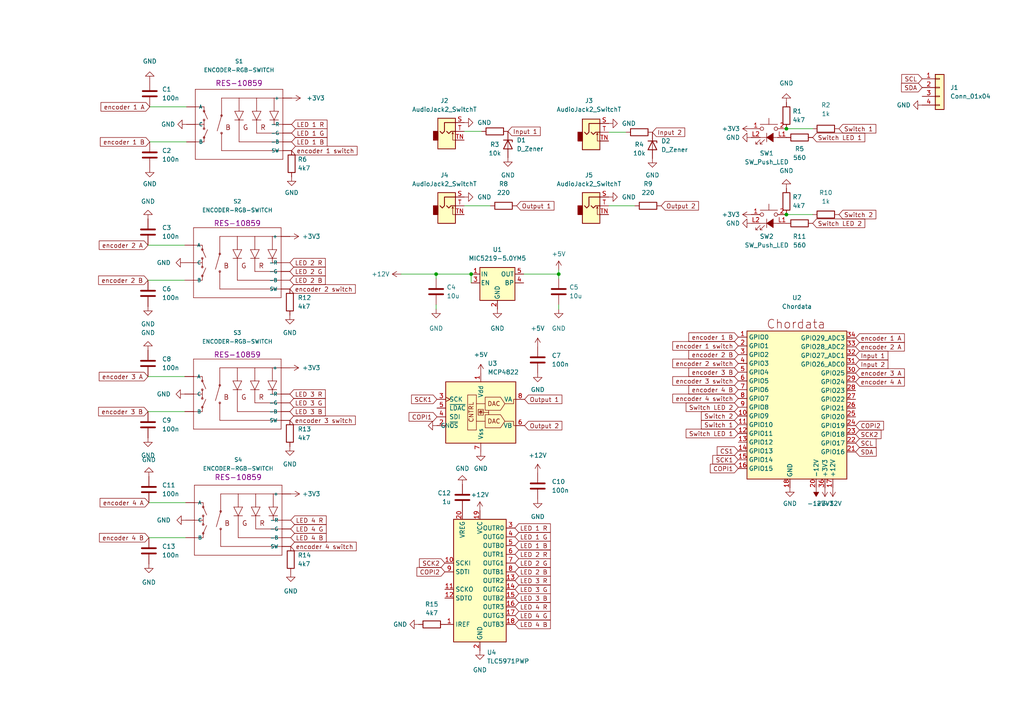
<source format=kicad_sch>
(kicad_sch (version 20211123) (generator eeschema)
  (paper "A4")
  (lib_symbols
    (symbol "Analog_DAC:MCP4822" (pin_names (offset 1.016))
      (property "Reference" "U" (at -2.54 10.795 0))
      (property "Value" "MCP4822" (at -2.54 8.89 0))
      (symbol "MCP4822_0_0"
        (polyline (pts (xy 0 -1.778) (xy 0 -0.635)))
        (polyline (pts (xy 0.381 -0.889) (xy 0.508 -0.762)))
        (polyline (pts (xy 2.286 -1.143) (xy 2.286 -1.905)))
        (polyline (pts (xy 0.381 -0.889) (xy -0.381 -0.889) (xy -0.508 -1.016)))
        (polyline (pts (xy 0.762 -1.27) (xy 2.286 -1.27) (xy 2.286 -0.762)))
        (polyline (pts (xy 0 -0.889) (xy 0.508 -1.397) (xy -0.508 -1.397) (xy 0 -0.889)))
        (polyline (pts (xy 6.985 -3.81) (xy 9.525 -3.81) (xy 9.525 -5.08) (xy 10.16 -5.08)))
        (polyline (pts (xy 6.985 1.27) (xy 9.525 1.27) (xy 9.525 2.54) (xy 10.16 2.54)))
        (rectangle (start 0.762 -0.381) (end -0.762 -2.032))
        (text "CNTRL" (at -2.032 -4.191 900) (effects (font (size 1.27 1.27)) (justify left bottom)))
        (text "DAC" (at 3.81 -3.81 0) (effects (font (size 1.27 1.27))))
        (text "DAC" (at 3.81 1.27 0) (effects (font (size 1.27 1.27))))
      )
      (symbol "MCP4822_0_1"
        (rectangle (start -10.16 7.62) (end 10.16 -10.16) (stroke (width 0.254)) (fill (type background)))
        (rectangle (start -1.27 -6.35) (end -3.81 3.81))
        (polyline (pts (xy 1.27 -3.81) (xy -1.27 -3.81)))
        (polyline (pts (xy 1.27 1.27) (xy -1.27 1.27)))
        (polyline (pts (xy 6.985 -3.81) (xy 5.715 -1.905) (xy 1.27 -1.905) (xy 1.27 -5.715) (xy 5.715 -5.715) (xy 6.985 -3.81)))
        (polyline (pts (xy 6.985 1.27) (xy 5.715 3.175) (xy 1.27 3.175) (xy 1.27 -0.635) (xy 5.715 -0.635) (xy 6.985 1.27)))
      )
      (symbol "MCP4822_1_1"
        (pin power_in line (at 0 10.16 270) (length 2.54) (name "Vdd") (number "1"))
        (pin input line (at -12.7 -5.08 0) (length 2.54) (name "~{CS}") (number "2"))
        (pin input clock (at -12.7 2.54 0) (length 2.54) (name "SCK") (number "3"))
        (pin input line (at -12.7 -2.54 0) (length 2.54) (name "SDI") (number "4"))
        (pin input line (at -12.7 0 0) (length 2.54) (name "~{LDAC}") (number "5"))
        (pin output line (at 12.7 -5.08 180) (length 2.54) (name "VB") (number "6"))
        (pin power_in line (at 0 -12.7 90) (length 2.54) (name "Vss") (number "7"))
        (pin output line (at 12.7 2.54 180) (length 2.54) (name "VA") (number "8"))
      )
    )
    (symbol "Connector:AudioJack2_SwitchT"
      (property "Reference" "J" (at 0 8.89 0))
      (property "Value" "AudioJack2_SwitchT" (at 0 6.35 0))
      (symbol "AudioJack2_SwitchT_0_1"
        (rectangle (start -2.54 0) (end -3.81 -2.54) (stroke (width 0.254)) (fill (type outline)))
        (polyline (pts (xy 1.778 -0.254) (xy 2.032 -0.762)))
        (polyline (pts (xy 0 0) (xy 0.635 -0.635) (xy 1.27 0) (xy 2.54 0)) (stroke (width 0.254)))
        (polyline (pts (xy 2.54 -2.54) (xy 1.778 -2.54) (xy 1.778 -0.254) (xy 1.524 -0.762)))
        (polyline (pts (xy 2.54 2.54) (xy -0.635 2.54) (xy -0.635 0) (xy -1.27 -0.635) (xy -1.905 0)) (stroke (width 0.254)))
        (rectangle (start 2.54 3.81) (end -2.54 -5.08) (stroke (width 0.254)) (fill (type background)))
      )
      (symbol "AudioJack2_SwitchT_1_1"
        (pin passive line (at 5.08 2.54 180) (length 2.54) (name "~") (number "S"))
        (pin passive line (at 5.08 0 180) (length 2.54) (name "~") (number "T"))
        (pin passive line (at 5.08 -2.54 180) (length 2.54) (name "~") (number "TN"))
      )
    )
    (symbol "Connector_Generic:Conn_01x04" (pin_names (offset 1.016) hide)
      (property "Reference" "J" (at 0 5.08 0))
      (property "Value" "Conn_01x04" (at 0 -7.62 0))
      (symbol "Conn_01x04_1_1"
        (rectangle (start -1.27 -4.953) (end 0 -5.207) (stroke (width 0.1524)))
        (rectangle (start -1.27 -2.413) (end 0 -2.667) (stroke (width 0.1524)))
        (rectangle (start -1.27 0.127) (end 0 -0.127) (stroke (width 0.1524)))
        (rectangle (start -1.27 2.667) (end 0 2.413) (stroke (width 0.1524)))
        (rectangle (start -1.27 3.81) (end 1.27 -6.35) (stroke (width 0.254)) (fill (type background)))
        (pin passive line (at -5.08 2.54 0) (length 3.81) (name "Pin_1") (number "1"))
        (pin passive line (at -5.08 0 0) (length 3.81) (name "Pin_2") (number "2"))
        (pin passive line (at -5.08 -2.54 0) (length 3.81) (name "Pin_3") (number "3"))
        (pin passive line (at -5.08 -5.08 0) (length 3.81) (name "Pin_4") (number "4"))
      )
    )
    (symbol "Device:C" (pin_numbers hide) (pin_names (offset 0.254))
      (property "Reference" "C" (at 0.635 2.54 0))
      (property "Value" "C" (at 0.635 -2.54 0))
      (symbol "C_0_1"
        (polyline (pts (xy -2.032 -0.762) (xy 2.032 -0.762)) (stroke (width 0.508)))
        (polyline (pts (xy -2.032 0.762) (xy 2.032 0.762)) (stroke (width 0.508)))
      )
      (symbol "C_1_1"
        (pin passive line (at 0 3.81 270) (length 2.794) (name "~") (number "1"))
        (pin passive line (at 0 -3.81 90) (length 2.794) (name "~") (number "2"))
      )
    )
    (symbol "Device:D_Zener" (pin_numbers hide) (pin_names (offset 1.016) hide)
      (property "Reference" "D" (at 0 2.54 0))
      (property "Value" "D_Zener" (at 0 -2.54 0))
      (symbol "D_Zener_0_1"
        (polyline (pts (xy 1.27 0) (xy -1.27 0)))
        (polyline (pts (xy -1.27 -1.27) (xy -1.27 1.27) (xy -0.762 1.27)) (stroke (width 0.254)))
        (polyline (pts (xy 1.27 -1.27) (xy 1.27 1.27) (xy -1.27 0) (xy 1.27 -1.27)) (stroke (width 0.254)))
      )
      (symbol "D_Zener_1_1"
        (pin passive line (at -3.81 0 0) (length 2.54) (name "K") (number "1"))
        (pin passive line (at 3.81 0 180) (length 2.54) (name "A") (number "2"))
      )
    )
    (symbol "Device:R" (pin_numbers hide) (pin_names (offset 0))
      (property "Reference" "R" (at 2.032 0 90))
      (property "Value" "R" (at 0 0 90))
      (symbol "R_0_1"
        (rectangle (start -1.016 -2.54) (end 1.016 2.54) (stroke (width 0.254)))
      )
      (symbol "R_1_1"
        (pin passive line (at 0 3.81 270) (length 1.27) (name "~") (number "1"))
        (pin passive line (at 0 -3.81 90) (length 1.27) (name "~") (number "2"))
      )
    )
    (symbol "Driver_LED:TLC5971PWP"
      (property "Reference" "U" (at 1.27 19.05 0))
      (property "Value" "TLC5971PWP" (at 1.27 -19.05 0))
      (symbol "TLC5971PWP_0_1"
        (rectangle (start -7.62 17.78) (end 7.62 -17.78) (stroke (width 0.254)) (fill (type background)))
        (pin input line (at -10.16 5.08 0) (length 2.54) (name "SCKI") (number "10"))
        (pin open_collector line (at 10.16 0 180) (length 2.54) (name "OUTR2") (number "13"))
        (pin open_collector line (at 10.16 -2.54 180) (length 2.54) (name "OUTG2") (number "14"))
        (pin open_collector line (at 10.16 -5.08 180) (length 2.54) (name "OUTB2") (number "15"))
        (pin open_collector line (at 10.16 -7.62 180) (length 2.54) (name "OUTR3") (number "16"))
        (pin open_collector line (at 10.16 -10.16 180) (length 2.54) (name "OUTG3") (number "17"))
        (pin open_collector line (at 10.16 -12.7 180) (length 2.54) (name "OUTB3") (number "18"))
        (pin power_in line (at 0 20.32 270) (length 2.54) (name "VCC") (number "19"))
        (pin power_in line (at 0 -20.32 90) (length 2.54) (name "GND") (number "2"))
        (pin passive line (at -5.08 20.32 270) (length 2.54) (name "VREG") (number "20"))
        (pin passive line (at 0 -20.32 90) (length 2.54) hide (name "GND") (number "21"))
        (pin open_collector line (at 10.16 15.24 180) (length 2.54) (name "OUTR0") (number "3"))
        (pin open_collector line (at 10.16 12.7 180) (length 2.54) (name "OUTG0") (number "4"))
        (pin open_collector line (at 10.16 10.16 180) (length 2.54) (name "OUTB0") (number "5"))
        (pin open_collector line (at 10.16 7.62 180) (length 2.54) (name "OUTR1") (number "6"))
        (pin open_collector line (at 10.16 5.08 180) (length 2.54) (name "OUTG1") (number "7"))
        (pin open_collector line (at 10.16 2.54 180) (length 2.54) (name "OUTB1") (number "8"))
        (pin input line (at -10.16 2.54 0) (length 2.54) (name "SDTI") (number "9"))
      )
      (symbol "TLC5971PWP_1_1"
        (pin passive line (at -10.16 -12.7 0) (length 2.54) (name "IREF") (number "1"))
        (pin output line (at -10.16 -2.54 0) (length 2.54) (name "SCKO") (number "11"))
        (pin output line (at -10.16 -5.08 0) (length 2.54) (name "SDTO") (number "12"))
      )
    )
    (symbol "Pale Slim Ghost:Chordata"
      (property "Reference" "U" (at 0 0 0))
      (property "Value" "Chordata" (at 0 0 0))
      (symbol "Chordata_0_0"
        (text "Chordata" (at 0 23.114 0) (effects (font (size 2.54 2.54))))
      )
      (symbol "Chordata_0_1"
        (rectangle (start -14.224 21.082) (end 14.732 -21.844) (stroke (width 0.254)) (fill (type background)))
      )
      (symbol "Chordata_1_1"
        (pin bidirectional line (at -16.764 19.304 0) (length 2.54) (name "GPIO0") (number "1"))
        (pin bidirectional line (at -16.764 -3.556 0) (length 2.54) (name "GPIO9") (number "10"))
        (pin bidirectional line (at -16.764 -6.096 0) (length 2.54) (name "GPIO10") (number "11"))
        (pin bidirectional line (at -16.764 -8.636 0) (length 2.54) (name "GPIO11") (number "12"))
        (pin bidirectional line (at -16.764 -11.176 0) (length 2.54) (name "GPIO12") (number "13"))
        (pin bidirectional line (at -16.764 -13.716 0) (length 2.54) (name "GPIO13") (number "14"))
        (pin bidirectional line (at -16.764 -16.256 0) (length 2.54) (name "GPIO14") (number "15"))
        (pin bidirectional line (at -16.764 -18.796 0) (length 2.54) (name "GPIO15") (number "16"))
        (pin power_out line (at 10.668 -24.384 90) (length 2.54) (name "+12V") (number "17"))
        (pin power_in line (at -1.778 -24.384 90) (length 2.54) (name "GND") (number "18"))
        (pin power_in line (at -1.778 -24.384 90) (length 2.54) hide (name "GND") (number "19"))
        (pin bidirectional line (at -16.764 16.764 0) (length 2.54) (name "GPIO1") (number "2"))
        (pin power_out line (at 5.842 -24.384 90) (length 2.54) (name "-12V") (number "20"))
        (pin bidirectional line (at 17.272 -13.97 180) (length 2.54) (name "GPIO16") (number "21"))
        (pin bidirectional line (at 17.272 -11.43 180) (length 2.54) (name "GPIO17") (number "22"))
        (pin bidirectional line (at 17.272 -8.89 180) (length 2.54) (name "GPIO18") (number "23"))
        (pin bidirectional line (at 17.272 -6.35 180) (length 2.54) (name "GPIO19") (number "24"))
        (pin bidirectional line (at 17.272 -3.81 180) (length 2.54) (name "GPIO20") (number "25"))
        (pin bidirectional line (at 17.272 -1.27 180) (length 2.54) (name "GPIO21") (number "26"))
        (pin bidirectional line (at 17.272 1.27 180) (length 2.54) (name "GPIO22") (number "27"))
        (pin bidirectional line (at 17.272 3.81 180) (length 2.54) (name "GPIO23") (number "28"))
        (pin bidirectional line (at 17.272 6.35 180) (length 2.54) (name "GPIO24") (number "29"))
        (pin bidirectional line (at -16.764 14.224 0) (length 2.54) (name "GPIO2") (number "3"))
        (pin bidirectional line (at 17.272 8.89 180) (length 2.54) (name "GPIO25") (number "30"))
        (pin bidirectional line (at 17.272 11.43 180) (length 2.54) (name "GPIO26_ADC0") (number "31"))
        (pin bidirectional line (at 17.272 13.97 180) (length 2.54) (name "GPIO27_ADC1") (number "32"))
        (pin bidirectional line (at 17.272 16.51 180) (length 2.54) (name "GPIO28_ADC2") (number "33"))
        (pin bidirectional line (at 17.272 19.05 180) (length 2.54) (name "GPIO29_ADC3") (number "34"))
        (pin power_in line (at -1.778 -24.384 90) (length 2.54) hide (name "GND") (number "35"))
        (pin power_out line (at 8.382 -24.384 90) (length 2.54) (name "+3V3") (number "36"))
        (pin bidirectional line (at -16.764 11.684 0) (length 2.54) (name "GPIO3") (number "4"))
        (pin bidirectional line (at -16.764 9.144 0) (length 2.54) (name "GPIO4") (number "5"))
        (pin bidirectional line (at -16.764 6.604 0) (length 2.54) (name "GPIO5") (number "6"))
        (pin bidirectional line (at -16.764 4.064 0) (length 2.54) (name "GPIO6") (number "7"))
        (pin bidirectional line (at -16.764 1.524 0) (length 2.54) (name "GPIO7") (number "8"))
        (pin bidirectional line (at -16.764 -1.016 0) (length 2.54) (name "GPIO8") (number "9"))
      )
    )
    (symbol "Regulator_Linear:MIC5219-5.0YM5" (pin_names (offset 0.254))
      (property "Reference" "U" (at -3.81 5.715 0))
      (property "Value" "MIC5219-5.0YM5" (at 0 5.715 0))
      (symbol "MIC5219-5.0YM5_0_1"
        (rectangle (start -5.08 4.445) (end 5.08 -5.08) (stroke (width 0.254)) (fill (type background)))
      )
      (symbol "MIC5219-5.0YM5_1_1"
        (pin power_in line (at -7.62 2.54 0) (length 2.54) (name "IN") (number "1"))
        (pin power_in line (at 0 -7.62 90) (length 2.54) (name "GND") (number "2"))
        (pin input line (at -7.62 0 0) (length 2.54) (name "EN") (number "3"))
        (pin input line (at 7.62 0 180) (length 2.54) (name "BP") (number "4"))
        (pin power_out line (at 7.62 2.54 180) (length 2.54) (name "OUT") (number "5"))
      )
    )
    (symbol "SW_Push_LED_1" (pin_names (offset 1.016) hide)
      (property "Reference" "SW1" (at -0.635 10.922 0))
      (property "Value" "SW_Push_LED_1" (at -0.635 8.382 0))
      (symbol "SW_Push_LED_1_0_0"
        (polyline (pts (xy -3.81 -1.905) (xy -2.54 -0.635)))
        (polyline (pts (xy -2.54 -1.905) (xy -1.27 -0.635)))
        (polyline (pts (xy -2.54 0) (xy 2.54 0)))
        (polyline (pts (xy -0.635 1.27) (xy -0.635 -1.27)))
        (polyline (pts (xy -3.81 -1.27) (xy -3.81 -1.905) (xy -3.175 -1.905)))
        (polyline (pts (xy -2.54 -1.27) (xy -2.54 -1.905) (xy -1.905 -1.905)))
        (polyline (pts (xy -0.635 0) (xy 1.27 1.27) (xy 1.27 -1.27) (xy -0.635 0)) (fill (type outline)))
      )
      (symbol "SW_Push_LED_1_0_1"
        (circle (center -2.032 2.54) (radius 0.508))
        (polyline (pts (xy 0 3.81) (xy 0 5.588)))
        (polyline (pts (xy 2.54 3.81) (xy -2.54 3.81)))
        (circle (center 2.032 2.54) (radius 0.508))
        (pin passive line (at -5.08 2.54 0) (length 2.54) (name "1") (number "1"))
        (pin passive line (at 5.08 2.54 180) (length 2.54) (name "2") (number "2"))
        (pin passive line (at 5.08 0 180) (length 2.54) (name "A") (number "L1"))
        (pin passive line (at -5.08 0 0) (length 2.54) (name "K") (number "L2"))
      )
    )
    (symbol "SparkFun-Switches:ENCODER-RGB-SWITCH" (pin_numbers hide) (pin_names (offset 1.016))
      (property "Reference" "S" (at -12.7 11.43 0))
      (property "Value" "ENCODER-RGB-SWITCH" (at -12.7 -12.7 0))
      (property "Field4" "RES-10859" (at 0 15.24 0))
      (symbol "ENCODER-RGB-SWITCH_1_0"
        (polyline (pts (xy -12.7 -10.16) (xy 12.7 -10.16)))
        (polyline (pts (xy -12.7 -5.08) (xy -12.7 -10.16)))
        (polyline (pts (xy -12.7 0) (xy -12.7 -5.08)))
        (polyline (pts (xy -12.7 5.08) (xy -12.7 0)))
        (polyline (pts (xy -12.7 5.08) (xy -10.16 5.08)))
        (polyline (pts (xy -12.7 10.16) (xy -12.7 5.08)))
        (polyline (pts (xy -10.16 -5.08) (xy -12.7 -5.08)))
        (polyline (pts (xy -10.16 -5.08) (xy -10.16 -3.81)))
        (polyline (pts (xy -10.16 -3.81) (xy -9.144 -1.524)))
        (polyline (pts (xy -10.16 0) (xy -12.7 0)))
        (polyline (pts (xy -10.16 0) (xy -10.16 -1.27)))
        (polyline (pts (xy -10.16 0) (xy -10.16 1.27)))
        (polyline (pts (xy -10.16 3.81) (xy -9.144 1.524)))
        (polyline (pts (xy -10.16 5.08) (xy -10.16 3.81)))
        (polyline (pts (xy -5.08 -7.62) (xy -5.08 -2.54)))
        (polyline (pts (xy -5.08 -7.62) (xy 12.7 -7.62)))
        (polyline (pts (xy -5.08 2.54) (xy -6.35 -1.905)))
        (polyline (pts (xy -5.08 7.62) (xy -5.08 2.54)))
        (polyline (pts (xy -5.08 7.62) (xy 0 7.62)))
        (polyline (pts (xy -1.27 1.27) (xy 0 1.27)))
        (polyline (pts (xy -1.27 3.81) (xy 0 1.27)))
        (polyline (pts (xy -1.27 3.81) (xy 0 3.81)))
        (polyline (pts (xy 0 -5.08) (xy 0 1.27)))
        (polyline (pts (xy 0 -5.08) (xy 12.7 -5.08)))
        (polyline (pts (xy 0 1.27) (xy 1.27 1.27)))
        (polyline (pts (xy 0 1.27) (xy 1.27 3.81)))
        (polyline (pts (xy 0 3.81) (xy 1.27 3.81)))
        (polyline (pts (xy 0 7.62) (xy 0 3.81)))
        (polyline (pts (xy 0 7.62) (xy 5.08 7.62)))
        (polyline (pts (xy 3.81 1.27) (xy 5.08 1.27)))
        (polyline (pts (xy 3.81 3.81) (xy 5.08 1.27)))
        (polyline (pts (xy 3.81 3.81) (xy 5.08 3.81)))
        (polyline (pts (xy 5.08 -2.54) (xy 5.08 1.27)))
        (polyline (pts (xy 5.08 -2.54) (xy 12.7 -2.54)))
        (polyline (pts (xy 5.08 1.27) (xy 6.35 1.27)))
        (polyline (pts (xy 5.08 1.27) (xy 6.35 3.81)))
        (polyline (pts (xy 5.08 3.81) (xy 6.35 3.81)))
        (polyline (pts (xy 5.08 7.62) (xy 5.08 3.81)))
        (polyline (pts (xy 5.08 7.62) (xy 10.16 7.62)))
        (polyline (pts (xy 8.89 1.27) (xy 10.16 1.27)))
        (polyline (pts (xy 8.89 3.81) (xy 10.16 1.27)))
        (polyline (pts (xy 8.89 3.81) (xy 10.16 3.81)))
        (polyline (pts (xy 10.16 0) (xy 10.16 1.27)))
        (polyline (pts (xy 10.16 0) (xy 12.7 0)))
        (polyline (pts (xy 10.16 1.27) (xy 11.43 1.27)))
        (polyline (pts (xy 10.16 1.27) (xy 11.43 3.81)))
        (polyline (pts (xy 10.16 3.81) (xy 11.43 3.81)))
        (polyline (pts (xy 10.16 7.62) (xy 10.16 3.81)))
        (polyline (pts (xy 10.16 7.62) (xy 12.7 7.62)))
        (polyline (pts (xy 12.7 10.16) (xy -12.7 10.16)))
        (polyline (pts (xy 12.7 10.16) (xy 12.7 -10.16)))
        (text "B" (at -3.2004 -0.889 0) (effects (font (size 1.4224 1.4224))))
        (text "G" (at 1.8796 -0.889 0) (effects (font (size 1.4224 1.4224))))
        (text "R" (at 6.9596 -0.889 0) (effects (font (size 1.4224 1.4224))))
      )
      (symbol "ENCODER-RGB-SWITCH_1_1"
        (circle (center -10.16 -3.81) (radius 0.254))
        (circle (center -10.16 -1.27) (radius 0.254))
        (circle (center -10.16 1.27) (radius 0.254))
        (circle (center -10.16 3.81) (radius 0.254))
        (circle (center -5.08 -2.54) (radius 0.254))
        (circle (center -5.08 2.54) (radius 0.254))
        (pin passive line (at 15.24 0 180) (length 2.54) (name "-R") (number "1"))
        (pin passive line (at 15.24 -2.54 180) (length 2.54) (name "-G") (number "2"))
        (pin passive line (at 15.24 -7.62 180) (length 2.54) (name "SW") (number "3"))
        (pin passive line (at 15.24 -5.08 180) (length 2.54) (name "-B") (number "4"))
        (pin passive line (at 15.24 7.62 180) (length 2.54) (name "+") (number "5"))
        (pin bidirectional line (at -15.24 5.08 0) (length 2.54) (name "A") (number "A"))
        (pin bidirectional line (at -15.24 -5.08 0) (length 2.54) (name "B") (number "B"))
        (pin bidirectional line (at -15.24 0 0) (length 2.54) (name "C") (number "C"))
      )
    )
    (symbol "power:+12V" (power) (pin_names (offset 0))
      (property "Value" "+12V" (at 0 3.556 0))
      (symbol "+12V_0_1"
        (polyline (pts (xy -0.762 1.27) (xy 0 2.54)))
        (polyline (pts (xy 0 0) (xy 0 2.54)))
        (polyline (pts (xy 0 2.54) (xy 0.762 1.27)))
      )
      (symbol "+12V_1_1"
        (pin power_in line (at 0 0 90) (length 0) hide (name "+12V") (number "1"))
      )
    )
    (symbol "power:+3.3V" (power) (pin_names (offset 0))
      (property "Value" "+3.3V" (at 0 3.556 0))
      (symbol "+3.3V_0_1"
        (polyline (pts (xy -0.762 1.27) (xy 0 2.54)))
        (polyline (pts (xy 0 0) (xy 0 2.54)))
        (polyline (pts (xy 0 2.54) (xy 0.762 1.27)))
      )
      (symbol "+3.3V_1_1"
        (pin power_in line (at 0 0 90) (length 0) hide (name "+3V3") (number "1"))
      )
    )
    (symbol "power:+3V3" (power) (pin_names (offset 0))
      (property "Value" "+3V3" (at 0 3.556 0))
      (symbol "+3V3_0_1"
        (polyline (pts (xy -0.762 1.27) (xy 0 2.54)))
        (polyline (pts (xy 0 0) (xy 0 2.54)))
        (polyline (pts (xy 0 2.54) (xy 0.762 1.27)))
      )
      (symbol "+3V3_1_1"
        (pin power_in line (at 0 0 90) (length 0) hide (name "+3V3") (number "1"))
      )
    )
    (symbol "power:+5V" (power) (pin_names (offset 0))
      (property "Value" "+5V" (at 0 3.556 0))
      (symbol "+5V_0_1"
        (polyline (pts (xy -0.762 1.27) (xy 0 2.54)))
        (polyline (pts (xy 0 0) (xy 0 2.54)))
        (polyline (pts (xy 0 2.54) (xy 0.762 1.27)))
      )
      (symbol "+5V_1_1"
        (pin power_in line (at 0 0 90) (length 0) hide (name "+5V") (number "1"))
      )
    )
    (symbol "power:-12V" (power) (pin_names (offset 0))
      (property "Value" "-12V" (at 0 3.81 0))
      (symbol "-12V_0_0"
        (pin power_in line (at 0 0 90) (length 0) hide (name "-12V") (number "1"))
      )
      (symbol "-12V_0_1"
        (polyline (pts (xy 0 0) (xy 0 1.27) (xy 0.762 1.27) (xy 0 2.54) (xy -0.762 1.27) (xy 0 1.27)) (fill (type outline)))
      )
    )
    (symbol "power:GND" (power) (pin_names (offset 0))
      (property "Value" "GND" (at 0 -3.81 0))
      (symbol "GND_0_1"
        (polyline (pts (xy 0 0) (xy 0 -1.27) (xy 1.27 -1.27) (xy 0 -2.54) (xy -1.27 -1.27) (xy 0 -1.27)))
      )
      (symbol "GND_1_1"
        (pin power_in line (at 0 0 270) (length 0) hide (name "GND") (number "1"))
      )
    )
  )
  (junction (at 228.092 37.338))
  (junction (at 162.052 79.502))
  (junction (at 228.092 62.23))
  (junction (at 126.492 79.502))
  (junction (at 136.652 79.502))
  (wire (pts (xy 42.926 71.12) (xy 53.594 71.12)))
  (wire (pts (xy 42.926 119.38) (xy 53.594 119.38)))
  (wire (pts (xy 43.434 30.988) (xy 54.102 30.988)))
  (wire (pts (xy 42.926 81.28) (xy 53.594 81.28)))
  (wire (pts (xy 176.53 38.354) (xy 181.61 38.354)))
  (wire (pts (xy 136.652 79.502) (xy 126.492 79.502)))
  (wire (pts (xy 42.926 109.22) (xy 53.594 109.22)))
  (wire (pts (xy 43.434 41.148) (xy 54.102 41.148)))
  (wire (pts (xy 126.492 80.772) (xy 126.492 79.502)))
  (wire (pts (xy 228.092 37.338) (xy 235.712 37.338)))
  (wire (pts (xy 162.052 79.502) (xy 162.052 78.232)))
  (wire (pts (xy 43.18 145.796) (xy 53.848 145.796)))
  (wire (pts (xy 134.62 59.69) (xy 142.24 59.69)))
  (wire (pts (xy 116.332 79.502) (xy 126.492 79.502)))
  (wire (pts (xy 162.052 88.392) (xy 162.052 89.662)))
  (wire (pts (xy 136.652 79.502) (xy 136.652 82.042)))
  (wire (pts (xy 176.53 59.69) (xy 184.15 59.69)))
  (wire (pts (xy 162.052 80.772) (xy 162.052 79.502)))
  (wire (pts (xy 228.092 62.23) (xy 235.712 62.23)))
  (wire (pts (xy 43.18 155.956) (xy 53.848 155.956)))
  (wire (pts (xy 126.492 88.392) (xy 126.492 89.662)))
  (wire (pts (xy 151.892 79.502) (xy 162.052 79.502)))
  (wire (pts (xy 134.62 38.1) (xy 139.7 38.1)))
  (global_label "Switch LED 2" (shape input) (at 235.712 64.77 0) (property "Intersheet References" "${INTERSHEET_REFS}" (effects hide)))
  (global_label "LED 2 R" (shape input) (at 149.352 160.782 0) (property "Intersheet References" "${INTERSHEET_REFS}" (effects hide)))
  (global_label "encoder 4 switch" (shape input) (at 214.122 115.57 180) (property "Intersheet References" "${INTERSHEET_REFS}" (effects hide)))
  (global_label "LED 2 B" (shape input) (at 149.352 165.862 0) (property "Intersheet References" "${INTERSHEET_REFS}" (effects hide)))
  (global_label "SCK2" (shape input) (at 129.032 163.322 180) (property "Intersheet References" "${INTERSHEET_REFS}" (effects hide)))
  (global_label "LED 4 B" (shape input) (at 84.328 155.956 0) (property "Intersheet References" "${INTERSHEET_REFS}" (effects hide)))
  (global_label "encoder 4 B" (shape input) (at 43.18 155.956 180) (property "Intersheet References" "${INTERSHEET_REFS}" (effects hide)))
  (global_label "encoder 3 B" (shape input) (at 214.122 107.95 180) (property "Intersheet References" "${INTERSHEET_REFS}" (effects hide)))
  (global_label "encoder 1 A" (shape input) (at 248.158 98.044 0) (property "Intersheet References" "${INTERSHEET_REFS}" (effects hide)))
  (global_label "LED 3 R" (shape input) (at 84.074 114.3 0) (property "Intersheet References" "${INTERSHEET_REFS}" (effects hide)))
  (global_label "encoder 1 B" (shape input) (at 43.434 41.148 180) (property "Intersheet References" "${INTERSHEET_REFS}" (effects hide)))
  (global_label "Switch LED 2" (shape input) (at 214.122 118.11 180) (property "Intersheet References" "${INTERSHEET_REFS}" (effects hide)))
  (global_label "LED 1 G" (shape input) (at 149.352 155.702 0) (property "Intersheet References" "${INTERSHEET_REFS}" (effects hide)))
  (global_label "SCL" (shape input) (at 248.158 128.524 0) (property "Intersheet References" "${INTERSHEET_REFS}" (effects hide)))
  (global_label "encoder 2 switch" (shape input) (at 84.074 83.82 0) (property "Intersheet References" "${INTERSHEET_REFS}" (effects hide)))
  (global_label "LED 4 R" (shape input) (at 84.328 150.876 0) (property "Intersheet References" "${INTERSHEET_REFS}" (effects hide)))
  (global_label "encoder 2 A" (shape input) (at 42.926 71.12 180) (property "Intersheet References" "${INTERSHEET_REFS}" (effects hide)))
  (global_label "Output 2" (shape input) (at 152.146 123.444 0) (property "Intersheet References" "${INTERSHEET_REFS}" (effects hide)))
  (global_label "Switch 2" (shape input) (at 243.332 62.23 0) (property "Intersheet References" "${INTERSHEET_REFS}" (effects hide)))
  (global_label "CS1" (shape input) (at 214.122 130.81 180) (property "Intersheet References" "${INTERSHEET_REFS}" (effects hide)))
  (global_label "encoder 4 A" (shape input) (at 248.158 110.744 0) (property "Intersheet References" "${INTERSHEET_REFS}" (effects hide)))
  (global_label "LED 2 G" (shape input) (at 84.074 78.74 0) (property "Intersheet References" "${INTERSHEET_REFS}" (effects hide)))
  (global_label "LED 2 G" (shape input) (at 149.352 163.322 0) (property "Intersheet References" "${INTERSHEET_REFS}" (effects hide)))
  (global_label "LED 1 R" (shape input) (at 84.582 36.068 0) (property "Intersheet References" "${INTERSHEET_REFS}" (effects hide)))
  (global_label "SCK1" (shape input) (at 214.122 133.35 180) (property "Intersheet References" "${INTERSHEET_REFS}" (effects hide)))
  (global_label "COPI1" (shape input) (at 214.122 135.89 180) (property "Intersheet References" "${INTERSHEET_REFS}" (effects hide)))
  (global_label "encoder 2 B" (shape input) (at 42.926 81.28 180) (property "Intersheet References" "${INTERSHEET_REFS}" (effects hide)))
  (global_label "COPI2" (shape input) (at 129.032 165.862 180) (property "Intersheet References" "${INTERSHEET_REFS}" (effects hide)))
  (global_label "Switch 1" (shape input) (at 214.122 123.19 180) (property "Intersheet References" "${INTERSHEET_REFS}" (effects hide)))
  (global_label "LED 4 G" (shape input) (at 84.328 153.416 0) (property "Intersheet References" "${INTERSHEET_REFS}" (effects hide)))
  (global_label "Switch 2" (shape input) (at 214.122 120.65 180) (property "Intersheet References" "${INTERSHEET_REFS}" (effects hide)))
  (global_label "LED 1 R" (shape input) (at 149.352 153.162 0) (property "Intersheet References" "${INTERSHEET_REFS}" (effects hide)))
  (global_label "LED 2 B" (shape input) (at 84.074 81.28 0) (property "Intersheet References" "${INTERSHEET_REFS}" (effects hide)))
  (global_label "encoder 1 A" (shape input) (at 43.434 30.988 180) (property "Intersheet References" "${INTERSHEET_REFS}" (effects hide)))
  (global_label "LED 4 R" (shape input) (at 149.352 176.022 0) (property "Intersheet References" "${INTERSHEET_REFS}" (effects hide)))
  (global_label "encoder 2 B" (shape input) (at 214.122 102.87 180) (property "Intersheet References" "${INTERSHEET_REFS}" (effects hide)))
  (global_label "LED 1 G" (shape input) (at 84.582 38.608 0) (property "Intersheet References" "${INTERSHEET_REFS}" (effects hide)))
  (global_label "Switch 1" (shape input) (at 243.332 37.338 0) (property "Intersheet References" "${INTERSHEET_REFS}" (effects hide)))
  (global_label "Input 2" (shape input) (at 248.158 105.664 0) (property "Intersheet References" "${INTERSHEET_REFS}" (effects hide)))
  (global_label "LED 1 B" (shape input) (at 149.352 158.242 0) (property "Intersheet References" "${INTERSHEET_REFS}" (effects hide)))
  (global_label "LED 1 B" (shape input) (at 84.582 41.148 0) (property "Intersheet References" "${INTERSHEET_REFS}" (effects hide)))
  (global_label "Input 1" (shape input) (at 248.158 103.124 0) (property "Intersheet References" "${INTERSHEET_REFS}" (effects hide)))
  (global_label "encoder 4 A" (shape input) (at 43.18 145.796 180) (property "Intersheet References" "${INTERSHEET_REFS}" (effects hide)))
  (global_label "Output 1" (shape input) (at 149.86 59.69 0) (property "Intersheet References" "${INTERSHEET_REFS}" (effects hide)))
  (global_label "LED 4 B" (shape input) (at 149.352 181.102 0) (property "Intersheet References" "${INTERSHEET_REFS}" (effects hide)))
  (global_label "SCK1" (shape input) (at 126.746 115.824 180) (property "Intersheet References" "${INTERSHEET_REFS}" (effects hide)))
  (global_label "Output 1" (shape input) (at 152.146 115.824 0) (property "Intersheet References" "${INTERSHEET_REFS}" (effects hide)))
  (global_label "Switch LED 1" (shape input) (at 235.712 39.878 0) (property "Intersheet References" "${INTERSHEET_REFS}" (effects hide)))
  (global_label "encoder 1 switch" (shape input) (at 214.122 100.33 180) (property "Intersheet References" "${INTERSHEET_REFS}" (effects hide)))
  (global_label "SDA" (shape input) (at 248.158 131.064 0) (property "Intersheet References" "${INTERSHEET_REFS}" (effects hide)))
  (global_label "LED 3 G" (shape input) (at 84.074 116.84 0) (property "Intersheet References" "${INTERSHEET_REFS}" (effects hide)))
  (global_label "encoder 3 switch" (shape input) (at 214.122 110.49 180) (property "Intersheet References" "${INTERSHEET_REFS}" (effects hide)))
  (global_label "SCK2" (shape input) (at 248.158 125.984 0) (property "Intersheet References" "${INTERSHEET_REFS}" (effects hide)))
  (global_label "encoder 1 B" (shape input) (at 214.122 97.79 180) (property "Intersheet References" "${INTERSHEET_REFS}" (effects hide)))
  (global_label "encoder 4 B" (shape input) (at 214.122 113.03 180) (property "Intersheet References" "${INTERSHEET_REFS}" (effects hide)))
  (global_label "LED 2 R" (shape input) (at 84.074 76.2 0) (property "Intersheet References" "${INTERSHEET_REFS}" (effects hide)))
  (global_label "LED 3 R" (shape input) (at 149.352 168.402 0) (property "Intersheet References" "${INTERSHEET_REFS}" (effects hide)))
  (global_label "Input 1" (shape input) (at 147.32 38.1 0) (property "Intersheet References" "${INTERSHEET_REFS}" (effects hide)))
  (global_label "SCL" (shape input) (at 267.462 22.86 180) (property "Intersheet References" "${INTERSHEET_REFS}" (effects hide)))
  (global_label "COPI2" (shape input) (at 248.158 123.444 0) (property "Intersheet References" "${INTERSHEET_REFS}" (effects hide)))
  (global_label "COPI1" (shape input) (at 126.746 120.904 180) (property "Intersheet References" "${INTERSHEET_REFS}" (effects hide)))
  (global_label "encoder 3 A" (shape input) (at 248.158 108.204 0) (property "Intersheet References" "${INTERSHEET_REFS}" (effects hide)))
  (global_label "encoder 4 switch" (shape input) (at 84.328 158.496 0) (property "Intersheet References" "${INTERSHEET_REFS}" (effects hide)))
  (global_label "Input 2" (shape input) (at 189.23 38.354 0) (property "Intersheet References" "${INTERSHEET_REFS}" (effects hide)))
  (global_label "LED 3 B" (shape input) (at 84.074 119.38 0) (property "Intersheet References" "${INTERSHEET_REFS}" (effects hide)))
  (global_label "LED 3 B" (shape input) (at 149.352 173.482 0) (property "Intersheet References" "${INTERSHEET_REFS}" (effects hide)))
  (global_label "Output 2" (shape input) (at 191.77 59.69 0) (property "Intersheet References" "${INTERSHEET_REFS}" (effects hide)))
  (global_label "LED 4 G" (shape input) (at 149.352 178.562 0) (property "Intersheet References" "${INTERSHEET_REFS}" (effects hide)))
  (global_label "encoder 2 switch" (shape input) (at 214.122 105.41 180) (property "Intersheet References" "${INTERSHEET_REFS}" (effects hide)))
  (global_label "encoder 2 A" (shape input) (at 248.158 100.584 0) (property "Intersheet References" "${INTERSHEET_REFS}" (effects hide)))
  (global_label "Switch LED 1" (shape input) (at 214.122 125.73 180) (property "Intersheet References" "${INTERSHEET_REFS}" (effects hide)))
  (global_label "LED 3 G" (shape input) (at 149.352 170.942 0) (property "Intersheet References" "${INTERSHEET_REFS}" (effects hide)))
  (global_label "SDA" (shape input) (at 267.462 25.4 180) (property "Intersheet References" "${INTERSHEET_REFS}" (effects hide)))
  (global_label "encoder 3 B" (shape input) (at 42.926 119.38 180) (property "Intersheet References" "${INTERSHEET_REFS}" (effects hide)))
  (global_label "encoder 3 switch" (shape input) (at 84.074 121.92 0) (property "Intersheet References" "${INTERSHEET_REFS}" (effects hide)))
  (global_label "encoder 3 A" (shape input) (at 42.926 109.22 180) (property "Intersheet References" "${INTERSHEET_REFS}" (effects hide)))
  (global_label "encoder 1 switch" (shape input) (at 84.582 43.688 0) (property "Intersheet References" "${INTERSHEET_REFS}" (effects hide)))
  (symbol (lib_id "Device:C") (at 43.18 141.986 0) (unit 1)
    (property "Reference" "C11" (at 46.99 140.7159 0) (effects (justify left)))
    (property "Value" "100n" (at 46.99 143.2559 0) (effects (justify left)))
    (property "Footprint" "Capacitor_SMD:C_0805_2012Metric_Pad1.18x1.45mm_HandSolder" (effects hide))
  )
  (symbol (lib_id "SparkFun-Switches:ENCODER-RGB-SWITCH") (at 68.834 114.3 0) (unit 1)
    (property "Reference" "S3" (at 68.834 96.52 0) (effects (font (size 1.143 1.143))))
    (property "Value" "ENCODER-RGB-SWITCH" (at 68.834 99.06 0) (effects (font (size 1.143 1.143))))
    (property "Footprint" "Pale Slim Ghost:ENCODER_LED_3" (effects hide))
    (property "Field4" "RES-10859" (at 68.834 102.87 0) (effects (font (size 1.524 1.524))))
  )
  (symbol (lib_id "power:GND") (at 42.926 88.9 0) (unit 1)
    (property "Reference" "#PWR023" (effects hide))
    (property "Value" "GND" (at 42.926 93.98 0))
  )
  (symbol (lib_id "power:GND") (at 228.092 29.718 180) (unit 1)
    (property "Reference" "#PWR03" (effects hide))
    (property "Value" "GND" (at 228.092 24.13 0))
  )
  (symbol (lib_id "Device:C") (at 43.434 44.958 0) (unit 1)
    (property "Reference" "C2" (at 46.99 43.6879 0) (effects (justify left)))
    (property "Value" "100n" (at 46.99 46.2279 0) (effects (justify left)))
    (property "Footprint" "Capacitor_SMD:C_0805_2012Metric_Pad1.18x1.45mm_HandSolder" (effects hide))
  )
  (symbol (lib_id "Device:C") (at 155.956 104.394 180) (unit 1)
    (property "Reference" "C7" (at 160.02 103.1239 0) (effects (justify right)))
    (property "Value" "100n" (at 160.02 105.6639 0) (effects (justify right)))
    (property "Footprint" "Capacitor_SMD:C_0805_2012Metric_Pad1.18x1.45mm_HandSolder" (effects hide))
  )
  (symbol (lib_id "SparkFun-Switches:ENCODER-RGB-SWITCH") (at 69.088 150.876 0) (unit 1)
    (property "Reference" "S4" (at 69.088 133.35 0) (effects (font (size 1.143 1.143))))
    (property "Value" "ENCODER-RGB-SWITCH" (at 69.088 135.89 0) (effects (font (size 1.143 1.143))))
    (property "Footprint" "Pale Slim Ghost:ENCODER_LED_3" (effects hide))
    (property "Field4" "RES-10859" (at 69.088 138.43 0) (effects (font (size 1.524 1.524))))
  )
  (symbol (lib_id "power:+3.3V") (at 239.268 141.478 180) (unit 1)
    (property "Reference" "#PWR042" (effects hide))
    (property "Value" "+3.3V" (at 239.268 146.05 0))
  )
  (symbol (lib_id "Device:D_Zener") (at 147.32 41.91 270) (unit 1)
    (property "Reference" "D1" (at 149.86 40.6399 90) (effects (justify left)))
    (property "Value" "D_Zener" (at 149.86 43.1799 90) (effects (justify left)))
    (property "Footprint" "Diode_SMD:D_0805_2012Metric_Pad1.15x1.40mm_HandSolder" (effects hide))
  )
  (symbol (lib_id "SparkFun-Switches:ENCODER-RGB-SWITCH") (at 69.342 36.068 0) (unit 1)
    (property "Reference" "S1" (at 69.342 17.78 0) (effects (font (size 1.143 1.143))))
    (property "Value" "ENCODER-RGB-SWITCH" (at 69.342 20.32 0) (effects (font (size 1.143 1.143))))
    (property "Footprint" "Pale Slim Ghost:ENCODER_LED_3" (effects hide))
    (property "Field4" "RES-10859" (at 69.342 24.13 0) (effects (font (size 1.524 1.524))))
  )
  (symbol (lib_id "Device:R") (at 185.42 38.354 90) (unit 1)
    (property "Reference" "R4" (at 185.42 41.91 90))
    (property "Value" "10k" (at 185.42 44.45 90))
    (property "Footprint" "Resistor_SMD:R_0805_2012Metric_Pad1.20x1.40mm_HandSolder" (effects hide))
  )
  (symbol (lib_id "power:GND") (at 43.434 23.368 180) (unit 1)
    (property "Reference" "#PWR01" (effects hide))
    (property "Value" "GND" (at 43.434 17.78 0))
  )
  (symbol (lib_id "Device:R") (at 84.582 47.498 180) (unit 1)
    (property "Reference" "R6" (at 86.36 46.2279 0) (effects (justify right)))
    (property "Value" "4k7" (at 86.36 48.7679 0) (effects (justify right)))
    (property "Footprint" "Resistor_SMD:R_0805_2012Metric_Pad1.20x1.40mm_HandSolder" (effects hide))
  )
  (symbol (lib_id "Device:C") (at 42.926 105.41 0) (unit 1)
    (property "Reference" "C8" (at 46.99 104.1399 0) (effects (justify left)))
    (property "Value" "100n" (at 46.99 106.6799 0) (effects (justify left)))
    (property "Footprint" "Capacitor_SMD:C_0805_2012Metric_Pad1.18x1.45mm_HandSolder" (effects hide))
  )
  (symbol (lib_id "power:+3V3") (at 84.328 143.256 270) (unit 1)
    (property "Reference" "#PWR044" (effects hide))
    (property "Value" "+3V3" (at 87.63 143.2559 90) (effects (justify left)))
  )
  (symbol (lib_id "power:GND") (at 217.932 64.77 270) (unit 1)
    (property "Reference" "#PWR018" (effects hide))
    (property "Value" "GND" (at 214.63 64.7699 90) (effects (justify right)))
  )
  (symbol (lib_id "power:+3.3V") (at 217.932 62.23 90) (unit 1)
    (property "Reference" "#PWR016" (effects hide))
    (property "Value" "+3.3V" (at 214.63 62.2299 90) (effects (justify left)))
  )
  (symbol (lib_id "Device:R") (at 228.092 58.42 180) (unit 1)
    (property "Reference" "R7" (at 229.87 57.1499 0) (effects (justify right)))
    (property "Value" "4k7" (at 229.87 59.6899 0) (effects (justify right)))
    (property "Footprint" "Resistor_SMD:R_0805_2012Metric_Pad1.20x1.40mm_HandSolder" (effects hide))
  )
  (symbol (lib_id "power:GND") (at 155.956 108.204 0) (unit 1)
    (property "Reference" "#PWR032" (effects hide))
    (property "Value" "GND" (at 155.956 113.03 0))
  )
  (symbol (lib_id "power:GND") (at 162.052 89.662 0) (unit 1)
    (property "Reference" "#PWR026" (effects hide))
    (property "Value" "GND" (at 162.052 95.25 0))
  )
  (symbol (lib_id "power:GND") (at 155.956 144.78 0) (unit 1)
    (property "Reference" "#PWR045" (effects hide))
    (property "Value" "GND" (at 155.956 149.86 0))
  )
  (symbol (lib_id "Device:R") (at 84.074 87.63 180) (unit 1)
    (property "Reference" "R12" (at 86.36 86.3599 0) (effects (justify right)))
    (property "Value" "4k7" (at 86.36 88.8999 0) (effects (justify right)))
    (property "Footprint" "Resistor_SMD:R_0805_2012Metric_Pad1.20x1.40mm_HandSolder" (effects hide))
  )
  (symbol (lib_id "power:GND") (at 43.18 163.576 0) (unit 1)
    (property "Reference" "#PWR048" (effects hide))
    (property "Value" "GND" (at 43.18 168.91 0))
  )
  (symbol (lib_id "power:GND") (at 134.62 35.56 90) (unit 1)
    (property "Reference" "#PWR04" (effects hide))
    (property "Value" "GND" (at 138.43 35.5599 90) (effects (justify right)))
  )
  (symbol (lib_id "Connector_Generic:Conn_01x04") (at 272.542 25.4 0) (unit 1)
    (property "Reference" "J1" (at 275.59 25.3999 0) (effects (justify left)))
    (property "Value" "Conn_01x04" (at 275.59 27.9399 0) (effects (justify left)))
    (property "Footprint" "Pale Slim Ghost:Stemma QT Qwiic JST_SH_SM04B" (effects hide))
  )
  (symbol (lib_id "Device:D_Zener") (at 189.23 42.164 270) (unit 1)
    (property "Reference" "D2" (at 191.77 40.8939 90) (effects (justify left)))
    (property "Value" "D_Zener" (at 191.77 43.4339 90) (effects (justify left)))
    (property "Footprint" "Diode_SMD:D_0805_2012Metric_Pad1.15x1.40mm_HandSolder" (effects hide))
  )
  (symbol (lib_id "Device:C") (at 126.492 84.582 0) (unit 1)
    (property "Reference" "C4" (at 129.54 83.3119 0) (effects (justify left)))
    (property "Value" "10u" (at 129.54 85.8519 0) (effects (justify left)))
    (property "Footprint" "Capacitor_SMD:C_0805_2012Metric_Pad1.18x1.45mm_HandSolder" (effects hide))
  )
  (symbol (lib_id "power:GND") (at 84.074 129.54 0) (unit 1)
    (property "Reference" "#PWR035" (effects hide))
    (property "Value" "GND" (at 84.074 134.62 0))
  )
  (symbol (lib_id "Device:C") (at 155.956 140.97 180) (unit 1)
    (property "Reference" "C10" (at 160.02 139.6999 0) (effects (justify right)))
    (property "Value" "100n" (at 160.02 142.2399 0) (effects (justify right)))
    (property "Footprint" "Capacitor_SMD:C_0805_2012Metric_Pad1.18x1.45mm_HandSolder" (effects hide))
  )
  (symbol (lib_id "power:GND") (at 53.848 150.876 270) (unit 1)
    (property "Reference" "#PWR047" (effects hide))
    (property "Value" "GND" (at 49.53 150.8759 90) (effects (justify right)))
  )
  (symbol (lib_id "power:GND") (at 267.462 30.48 270) (unit 1)
    (property "Reference" "#PWR0101" (effects hide))
    (property "Value" "GND" (at 264.16 30.4799 90) (effects (justify right)))
  )
  (symbol (lib_id "power:GND") (at 217.932 39.878 270) (unit 1)
    (property "Reference" "#PWR08" (effects hide))
    (property "Value" "GND" (at 214.63 39.8779 90) (effects (justify right)))
  )
  (symbol (lib_id "power:+12V") (at 116.332 79.502 90) (unit 1)
    (property "Reference" "#PWR022" (effects hide))
    (property "Value" "+12V" (at 113.03 79.5019 90) (effects (justify left)))
  )
  (symbol (lib_id "power:GND") (at 189.23 45.974 0) (unit 1)
    (property "Reference" "#PWR010" (effects hide))
    (property "Value" "GND" (at 189.23 50.8 0))
  )
  (symbol (lib_id "Regulator_Linear:MIC5219-5.0YM5") (at 144.272 82.042 0) (unit 1)
    (property "Reference" "U1" (at 144.272 72.39 0))
    (property "Value" "MIC5219-5.0YM5" (at 144.272 74.93 0))
    (property "Footprint" "Package_TO_SOT_SMD:SOT-23-5" (effects hide))
    (property "Datasheet" "http://ww1.microchip.com/downloads/en/DeviceDoc/MIC5219-500mA-Peak-Output-LDO-Regulator-DS20006021A.pdf" (effects hide))
  )
  (symbol (lib_id "power:GND") (at 144.272 89.662 0) (unit 1)
    (property "Reference" "#PWR025" (effects hide))
    (property "Value" "GND" (at 144.272 95.25 0))
  )
  (symbol (lib_id "power:+5V") (at 162.052 78.232 0) (unit 1)
    (property "Reference" "#PWR021" (effects hide))
    (property "Value" "+5V" (at 162.052 73.66 0))
  )
  (symbol (lib_id "Device:C") (at 162.052 84.582 0) (unit 1)
    (property "Reference" "C5" (at 165.1 83.3119 0) (effects (justify left)))
    (property "Value" "10u" (at 165.1 85.8519 0) (effects (justify left)))
    (property "Footprint" "Capacitor_SMD:C_0805_2012Metric_Pad1.18x1.45mm_HandSolder" (effects hide))
  )
  (symbol (lib_id "Device:R") (at 239.522 62.23 270) (unit 1)
    (property "Reference" "R10" (at 239.522 55.88 90))
    (property "Value" "1k" (at 239.522 58.42 90))
    (property "Footprint" "Resistor_SMD:R_0805_2012Metric_Pad1.20x1.40mm_HandSolder" (effects hide))
  )
  (symbol (lib_id "Device:R") (at 187.96 59.69 90) (unit 1)
    (property "Reference" "R9" (at 187.96 53.34 90))
    (property "Value" "220" (at 187.96 55.88 90))
    (property "Footprint" "Resistor_SMD:R_0805_2012Metric_Pad1.20x1.40mm_HandSolder" (effects hide))
  )
  (symbol (lib_id "Device:R") (at 239.522 37.338 270) (unit 1)
    (property "Reference" "R2" (at 239.522 30.48 90))
    (property "Value" "1k" (at 239.522 33.02 90))
    (property "Footprint" "Resistor_SMD:R_0805_2012Metric_Pad1.20x1.40mm_HandSolder" (effects hide))
  )
  (symbol (lib_id "power:GND") (at 126.492 89.662 0) (unit 1)
    (property "Reference" "#PWR024" (effects hide))
    (property "Value" "GND" (at 126.492 95.25 0))
  )
  (symbol (lib_id "Device:R") (at 228.092 33.528 180) (unit 1)
    (property "Reference" "R1" (at 229.87 32.2579 0) (effects (justify right)))
    (property "Value" "4k7" (at 229.87 34.7979 0) (effects (justify right)))
    (property "Footprint" "Resistor_SMD:R_0805_2012Metric_Pad1.20x1.40mm_HandSolder" (effects hide))
  )
  (symbol (lib_id "Connector:AudioJack2_SwitchT") (at 129.54 38.1 0) (unit 1)
    (property "Reference" "J2" (at 128.905 29.21 0))
    (property "Value" "AudioJack2_SwitchT" (at 128.905 31.75 0))
    (property "Footprint" "Pale Slim Ghost:Jack_3.5mm_QingPu_WQP-PJ398SM_Vertical" (effects hide))
  )
  (symbol (lib_id "power:+12V") (at 139.192 148.082 0) (unit 1)
    (property "Reference" "#PWR046" (effects hide))
    (property "Value" "+12V" (at 139.192 143.51 0))
  )
  (symbol (lib_id "power:+3V3") (at 84.074 106.68 270) (unit 1)
    (property "Reference" "#PWR030" (effects hide))
    (property "Value" "+3V3" (at 87.63 106.6799 90) (effects (justify left)))
  )
  (symbol (lib_id "power:-12V") (at 236.728 141.478 180) (unit 1)
    (property "Reference" "#PWR041" (effects hide))
    (property "Value" "-12V" (at 236.728 146.05 0))
  )
  (symbol (lib_id "power:+5V") (at 139.446 108.204 0) (unit 1)
    (property "Reference" "#PWR031" (effects hide))
    (property "Value" "+5V" (at 139.446 102.87 0))
  )
  (symbol (lib_id "Device:C") (at 134.112 144.272 180) (unit 1)
    (property "Reference" "C12" (at 130.81 143.0019 0) (effects (justify left)))
    (property "Value" "1u" (at 130.81 145.5419 0) (effects (justify left)))
    (property "Footprint" "Capacitor_SMD:C_0805_2012Metric_Pad1.18x1.45mm_HandSolder" (effects hide))
  )
  (symbol (lib_id "Device:R") (at 231.902 39.878 90) (unit 1)
    (property "Reference" "R5" (at 231.902 43.18 90))
    (property "Value" "560" (at 231.902 45.72 90))
    (property "Footprint" "Resistor_SMD:R_0805_2012Metric_Pad1.20x1.40mm_HandSolder" (effects hide))
  )
  (symbol (lib_id "power:+5V") (at 155.956 100.584 0) (unit 1)
    (property "Reference" "#PWR028" (effects hide))
    (property "Value" "+5V" (at 155.956 95.25 0))
  )
  (symbol (lib_id "power:+3V3") (at 84.074 68.58 270) (unit 1)
    (property "Reference" "#PWR019" (effects hide))
    (property "Value" "+3V3" (at 87.63 68.5799 90) (effects (justify left)))
  )
  (symbol (lib_id "power:GND") (at 84.582 51.308 0) (unit 1)
    (property "Reference" "#PWR012" (effects hide))
    (property "Value" "GND" (at 84.582 55.88 0))
  )
  (symbol (lib_id "Connector:AudioJack2_SwitchT") (at 129.54 59.69 0) (unit 1)
    (property "Reference" "J4" (at 128.905 50.8 0))
    (property "Value" "AudioJack2_SwitchT" (at 128.905 53.34 0))
    (property "Footprint" "Pale Slim Ghost:Jack_3.5mm_QingPu_WQP-PJ398SM_Vertical" (effects hide))
  )
  (symbol (lib_id "power:GND") (at 84.328 166.116 0) (unit 1)
    (property "Reference" "#PWR049" (effects hide))
    (property "Value" "GND" (at 84.328 171.45 0))
  )
  (symbol (lib_id "power:GND") (at 54.102 36.068 270) (unit 1)
    (property "Reference" "#PWR06" (effects hide))
    (property "Value" "GND" (at 50.8 36.0679 90) (effects (justify right)))
  )
  (symbol (lib_id "power:+12V") (at 241.554 141.478 180) (unit 1)
    (property "Reference" "#PWR043" (effects hide))
    (property "Value" "+12V" (at 241.554 146.05 0))
  )
  (symbol (lib_id "power:GND") (at 121.412 181.102 270) (unit 1)
    (property "Reference" "#PWR050" (effects hide))
    (property "Value" "GND" (at 118.11 181.1019 90) (effects (justify right)))
  )
  (symbol (lib_id "power:GND") (at 139.192 188.722 0) (unit 1)
    (property "Reference" "#PWR051" (effects hide))
    (property "Value" "GND" (at 139.192 194.31 0))
  )
  (symbol (lib_id "power:GND") (at 176.53 57.15 90) (unit 1)
    (property "Reference" "#PWR015" (effects hide))
    (property "Value" "GND" (at 180.34 57.1499 90) (effects (justify right)))
  )
  (symbol (lib_name "SW_Push_LED_1") (lib_id "Switch:SW_Push_LED") (at 223.012 64.77 0) (unit 1)
    (property "Reference" "SW2" (at 222.377 68.58 0))
    (property "Value" "SW_Push_LED" (at 222.377 71.12 0))
    (property "Footprint" "Pale Slim Ghost:PB01-109TL" (effects hide))
  )
  (symbol (lib_id "power:+3.3V") (at 217.932 37.338 90) (unit 1)
    (property "Reference" "#PWR07" (effects hide))
    (property "Value" "+3.3V" (at 214.63 37.3379 90) (effects (justify left)))
  )
  (symbol (lib_id "power:GND") (at 134.62 57.15 90) (unit 1)
    (property "Reference" "#PWR014" (effects hide))
    (property "Value" "GND" (at 138.43 57.1499 90) (effects (justify right)))
  )
  (symbol (lib_id "Device:R") (at 231.902 64.77 90) (unit 1)
    (property "Reference" "R11" (at 231.902 68.58 90))
    (property "Value" "560" (at 231.902 71.12 90))
    (property "Footprint" "Resistor_SMD:R_0805_2012Metric_Pad1.20x1.40mm_HandSolder" (effects hide))
  )
  (symbol (lib_id "Device:R") (at 143.51 38.1 90) (unit 1)
    (property "Reference" "R3" (at 143.51 41.91 90))
    (property "Value" "10k" (at 143.51 44.45 90))
    (property "Footprint" "Resistor_SMD:R_0805_2012Metric_Pad1.20x1.40mm_HandSolder" (effects hide))
  )
  (symbol (lib_id "Device:C") (at 43.18 159.766 0) (unit 1)
    (property "Reference" "C13" (at 46.99 158.4959 0) (effects (justify left)))
    (property "Value" "100n" (at 46.99 161.0359 0) (effects (justify left)))
    (property "Footprint" "Capacitor_SMD:C_0805_2012Metric_Pad1.18x1.45mm_HandSolder" (effects hide))
  )
  (symbol (lib_id "power:GND") (at 42.926 101.6 180) (unit 1)
    (property "Reference" "#PWR029" (effects hide))
    (property "Value" "GND" (at 42.926 96.52 0))
  )
  (symbol (lib_id "Device:R") (at 84.074 125.73 180) (unit 1)
    (property "Reference" "R13" (at 86.36 124.4599 0) (effects (justify right)))
    (property "Value" "4k7" (at 86.36 126.9999 0) (effects (justify right)))
    (property "Footprint" "Resistor_SMD:R_0805_2012Metric_Pad1.20x1.40mm_HandSolder" (effects hide))
  )
  (symbol (lib_id "Device:C") (at 42.926 85.09 0) (unit 1)
    (property "Reference" "C6" (at 46.99 83.8199 0) (effects (justify left)))
    (property "Value" "100n" (at 46.99 86.3599 0) (effects (justify left)))
    (property "Footprint" "Capacitor_SMD:C_0805_2012Metric_Pad1.18x1.45mm_HandSolder" (effects hide))
  )
  (symbol (lib_id "power:GND") (at 43.18 138.176 180) (unit 1)
    (property "Reference" "#PWR038" (effects hide))
    (property "Value" "GND" (at 43.18 133.35 0))
  )
  (symbol (lib_id "power:+12V") (at 155.956 137.16 0) (unit 1)
    (property "Reference" "#PWR037" (effects hide))
    (property "Value" "+12V" (at 155.956 132.08 0))
  )
  (symbol (lib_id "Analog_DAC:MCP4822") (at 139.446 118.364 0) (unit 1)
    (property "Reference" "U3" (at 141.4654 105.41 0) (effects (justify left)))
    (property "Value" "MCP4822" (at 141.4654 107.95 0) (effects (justify left)))
    (property "Footprint" "Package_SO:MSOP-8_3x3mm_P0.65mm" (effects hide))
    (property "Datasheet" "http://ww1.microchip.com/downloads/en/DeviceDoc/20002249B.pdf" (effects hide))
  )
  (symbol (lib_id "power:GND") (at 176.53 35.814 90) (unit 1)
    (property "Reference" "#PWR05" (effects hide))
    (property "Value" "GND" (at 180.34 35.8139 90) (effects (justify right)))
  )
  (symbol (lib_id "power:GND") (at 53.594 76.2 270) (unit 1)
    (property "Reference" "#PWR020" (effects hide))
    (property "Value" "GND" (at 49.53 76.1999 90) (effects (justify right)))
  )
  (symbol (lib_id "power:+3V3") (at 84.582 28.448 270) (unit 1)
    (property "Reference" "#PWR02" (effects hide))
    (property "Value" "+3V3" (at 88.9 28.4479 90) (effects (justify left)))
  )
  (symbol (lib_id "Device:R") (at 125.222 181.102 90) (unit 1)
    (property "Reference" "R15" (at 125.222 175.26 90))
    (property "Value" "4k7" (at 125.222 177.8 90))
    (property "Footprint" "Resistor_SMD:R_0805_2012Metric_Pad1.20x1.40mm_HandSolder" (effects hide))
  )
  (symbol (lib_id "power:GND") (at 228.092 54.61 180) (unit 1)
    (property "Reference" "#PWR013" (effects hide))
    (property "Value" "GND" (at 228.092 49.53 0))
  )
  (symbol (lib_id "power:GND") (at 42.926 63.5 180) (unit 1)
    (property "Reference" "#PWR017" (effects hide))
    (property "Value" "GND" (at 42.926 58.42 0))
  )
  (symbol (lib_id "Pale Slim Ghost:Chordata") (at 230.886 117.094 0) (unit 1)
    (property "Reference" "U2" (at 231.14 86.36 0))
    (property "Value" "Chordata" (at 231.14 88.9 0))
    (property "Footprint" "Pale Slim Ghost:Chordata" (effects hide))
  )
  (symbol (lib_id "Device:C") (at 42.926 123.19 0) (unit 1)
    (property "Reference" "C9" (at 46.99 121.9199 0) (effects (justify left)))
    (property "Value" "100n" (at 46.99 124.4599 0) (effects (justify left)))
    (property "Footprint" "Capacitor_SMD:C_0805_2012Metric_Pad1.18x1.45mm_HandSolder" (effects hide))
  )
  (symbol (lib_id "Driver_LED:TLC5971PWP") (at 139.192 168.402 0) (unit 1)
    (property "Reference" "U4" (at 141.2114 189.23 0) (effects (justify left)))
    (property "Value" "TLC5971PWP" (at 141.2114 191.77 0) (effects (justify left)))
    (property "Footprint" "Package_SO:HTSSOP-20-1EP_4.4x6.5mm_P0.65mm_EP3.4x6.5mm_Mask2.75x3.43mm_ThermalVias" (effects hide))
    (property "Datasheet" "http://www.ti.com/lit/ds/symlink/tlc5971.pdf" (effects hide))
  )
  (symbol (lib_id "power:GND") (at 134.112 140.462 180) (unit 1)
    (property "Reference" "#PWR039" (effects hide))
    (property "Value" "GND" (at 134.112 135.89 0))
  )
  (symbol (lib_id "power:GND") (at 147.32 45.72 0) (unit 1)
    (property "Reference" "#PWR09" (effects hide))
    (property "Value" "GND" (at 147.32 50.8 0))
  )
  (symbol (lib_id "power:GND") (at 84.074 91.44 0) (unit 1)
    (property "Reference" "#PWR027" (effects hide))
    (property "Value" "GND" (at 84.074 96.52 0))
  )
  (symbol (lib_id "power:GND") (at 229.108 141.478 0) (unit 1)
    (property "Reference" "#PWR040" (effects hide))
    (property "Value" "GND" (at 229.108 146.05 0))
  )
  (symbol (lib_id "Connector:AudioJack2_SwitchT") (at 171.45 59.69 0) (unit 1)
    (property "Reference" "J5" (at 170.815 50.8 0))
    (property "Value" "AudioJack2_SwitchT" (at 170.815 53.34 0))
    (property "Footprint" "Pale Slim Ghost:Jack_3.5mm_QingPu_WQP-PJ398SM_Vertical" (effects hide))
  )
  (symbol (lib_id "power:GND") (at 42.926 127 0) (unit 1)
    (property "Reference" "#PWR034" (effects hide))
    (property "Value" "GND" (at 42.926 132.08 0))
  )
  (symbol (lib_id "Connector:AudioJack2_SwitchT") (at 171.45 38.354 0) (unit 1)
    (property "Reference" "J3" (at 170.815 29.21 0))
    (property "Value" "AudioJack2_SwitchT" (at 170.815 31.75 0))
    (property "Footprint" "Pale Slim Ghost:Jack_3.5mm_QingPu_WQP-PJ398SM_Vertical" (effects hide))
  )
  (symbol (lib_id "power:GND") (at 53.594 114.3 270) (unit 1)
    (property "Reference" "#PWR033" (effects hide))
    (property "Value" "GND" (at 49.53 114.2999 90) (effects (justify right)))
  )
  (symbol (lib_id "Device:C") (at 43.434 27.178 0) (unit 1)
    (property "Reference" "C1" (at 46.99 25.9079 0) (effects (justify left)))
    (property "Value" "100n" (at 46.99 28.4479 0) (effects (justify left)))
    (property "Footprint" "Capacitor_SMD:C_0805_2012Metric_Pad1.18x1.45mm_HandSolder" (effects hide))
  )
  (symbol (lib_id "Device:C") (at 42.926 67.31 0) (unit 1)
    (property "Reference" "C3" (at 46.99 66.0399 0) (effects (justify left)))
    (property "Value" "100n" (at 46.99 68.5799 0) (effects (justify left)))
    (property "Footprint" "Capacitor_SMD:C_0805_2012Metric_Pad1.18x1.45mm_HandSolder" (effects hide))
  )
  (symbol (lib_id "Device:R") (at 84.328 162.306 180) (unit 1)
    (property "Reference" "R14" (at 86.36 161.0359 0) (effects (justify right)))
    (property "Value" "4k7" (at 86.36 163.5759 0) (effects (justify right)))
    (property "Footprint" "Resistor_SMD:R_0805_2012Metric_Pad1.20x1.40mm_HandSolder" (effects hide))
  )
  (symbol (lib_id "SparkFun-Switches:ENCODER-RGB-SWITCH") (at 68.834 76.2 0) (unit 1)
    (property "Reference" "S2" (at 68.834 58.42 0) (effects (font (size 1.143 1.143))))
    (property "Value" "ENCODER-RGB-SWITCH" (at 68.834 60.96 0) (effects (font (size 1.143 1.143))))
    (property "Footprint" "Pale Slim Ghost:ENCODER_LED_3" (effects hide))
    (property "Field4" "RES-10859" (at 68.834 64.77 0) (effects (font (size 1.524 1.524))))
  )
  (symbol (lib_id "power:GND") (at 126.746 123.444 270) (unit 1)
    (property "Reference" "#PWR0102" (effects hide))
    (property "Value" "GND" (at 127.762 123.4439 90) (effects (justify left)))
  )
  (symbol (lib_name "SW_Push_LED_1") (lib_id "Switch:SW_Push_LED") (at 223.012 39.878 0) (unit 1)
    (property "Reference" "SW1" (at 222.377 44.45 0))
    (property "Value" "SW_Push_LED" (at 222.377 46.99 0))
    (property "Footprint" "Pale Slim Ghost:PB01-109TL" (effects hide))
  )
  (symbol (lib_id "power:GND") (at 139.446 131.064 0) (unit 1)
    (property "Reference" "#PWR036" (effects hide))
    (property "Value" "GND" (at 139.446 135.89 0))
  )
  (symbol (lib_id "power:GND") (at 43.434 48.768 0) (unit 1)
    (property "Reference" "#PWR011" (effects hide))
    (property "Value" "GND" (at 43.434 53.34 0))
  )
  (symbol (lib_id "Device:R") (at 146.05 59.69 90) (unit 1)
    (property "Reference" "R8" (at 146.05 53.34 90))
    (property "Value" "220" (at 146.05 55.88 90))
    (property "Footprint" "Resistor_SMD:R_0805_2012Metric_Pad1.20x1.40mm_HandSolder" (effects hide))
  )
)
</source>
